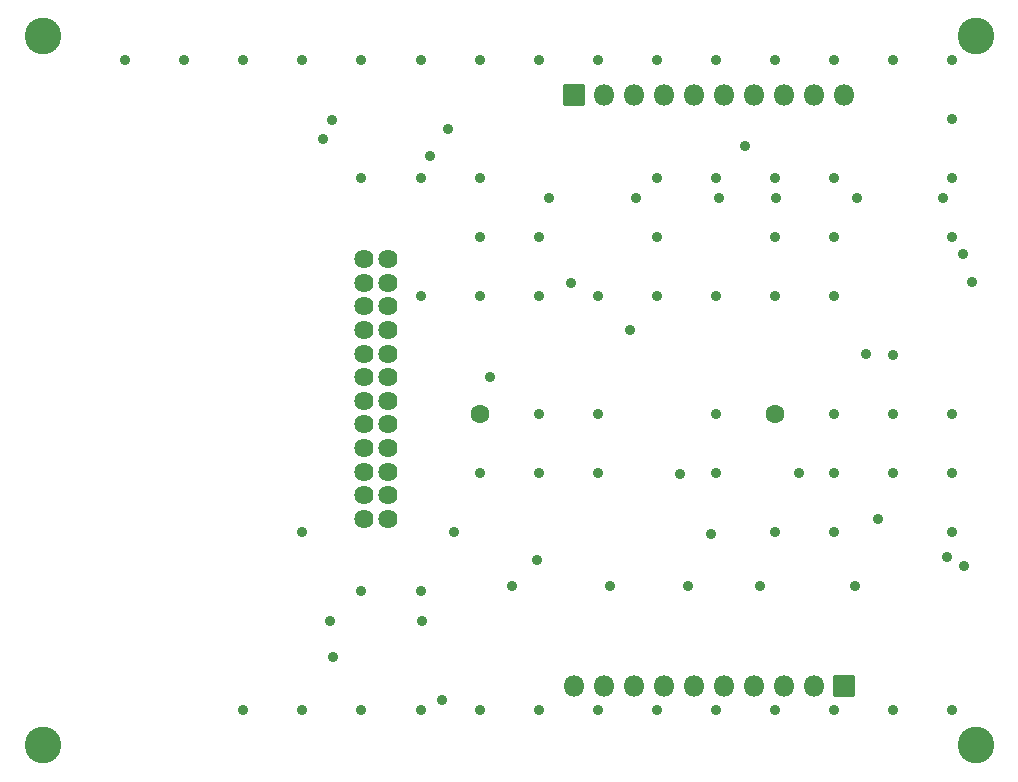
<source format=gbs>
%TF.GenerationSoftware,KiCad,Pcbnew,(6.0.9)*%
%TF.CreationDate,2022-12-06T23:57:16-06:00*%
%TF.ProjectId,BPS-MinionShield,4250532d-4d69-46e6-996f-6e536869656c,rev?*%
%TF.SameCoordinates,Original*%
%TF.FileFunction,Soldermask,Bot*%
%TF.FilePolarity,Negative*%
%FSLAX46Y46*%
G04 Gerber Fmt 4.6, Leading zero omitted, Abs format (unit mm)*
G04 Created by KiCad (PCBNEW (6.0.9)) date 2022-12-06 23:57:16*
%MOMM*%
%LPD*%
G01*
G04 APERTURE LIST*
G04 Aperture macros list*
%AMRoundRect*
0 Rectangle with rounded corners*
0 $1 Rounding radius*
0 $2 $3 $4 $5 $6 $7 $8 $9 X,Y pos of 4 corners*
0 Add a 4 corners polygon primitive as box body*
4,1,4,$2,$3,$4,$5,$6,$7,$8,$9,$2,$3,0*
0 Add four circle primitives for the rounded corners*
1,1,$1+$1,$2,$3*
1,1,$1+$1,$4,$5*
1,1,$1+$1,$6,$7*
1,1,$1+$1,$8,$9*
0 Add four rect primitives between the rounded corners*
20,1,$1+$1,$2,$3,$4,$5,0*
20,1,$1+$1,$4,$5,$6,$7,0*
20,1,$1+$1,$6,$7,$8,$9,0*
20,1,$1+$1,$8,$9,$2,$3,0*%
G04 Aperture macros list end*
%ADD10RoundRect,0.051000X0.850000X-0.850000X0.850000X0.850000X-0.850000X0.850000X-0.850000X-0.850000X0*%
%ADD11O,1.802000X1.802000*%
%ADD12C,3.102000*%
%ADD13RoundRect,0.051000X-0.850000X0.850000X-0.850000X-0.850000X0.850000X-0.850000X0.850000X0.850000X0*%
%ADD14C,1.602000*%
%ADD15C,1.626000*%
%ADD16C,0.902000*%
G04 APERTURE END LIST*
D10*
X148000000Y-78000000D03*
D11*
X150540000Y-78000000D03*
X153080000Y-78000000D03*
X155620000Y-78000000D03*
X158160000Y-78000000D03*
X160700000Y-78000000D03*
X163240000Y-78000000D03*
X165780000Y-78000000D03*
X168320000Y-78000000D03*
X170860000Y-78000000D03*
D12*
X182000000Y-133000000D03*
X103000000Y-133000000D03*
X103000000Y-73000000D03*
X182000000Y-73000000D03*
D13*
X170830000Y-128000000D03*
D11*
X168290000Y-128000000D03*
X165750000Y-128000000D03*
X163210000Y-128000000D03*
X160670000Y-128000000D03*
X158130000Y-128000000D03*
X155590000Y-128000000D03*
X153050000Y-128000000D03*
X150510000Y-128000000D03*
X147970000Y-128000000D03*
D14*
X165000000Y-105000000D03*
X140000000Y-105000000D03*
D15*
X132210000Y-91850000D03*
X130210000Y-91850000D03*
X132210000Y-93850000D03*
X130210000Y-93850000D03*
X132210000Y-95850000D03*
X130210000Y-95850000D03*
X132210000Y-97850000D03*
X130210000Y-97850000D03*
X132210000Y-99850000D03*
X130210000Y-99850000D03*
X132210000Y-101850000D03*
X130210000Y-101850000D03*
X132210000Y-103850000D03*
X130210000Y-103850000D03*
X132210000Y-105850000D03*
X130210000Y-105850000D03*
X132210000Y-107850000D03*
X130210000Y-107850000D03*
X132210000Y-109850000D03*
X130210000Y-109850000D03*
X132210000Y-111850000D03*
X130210000Y-111850000D03*
X132210000Y-113850000D03*
X130210000Y-113850000D03*
D16*
X142705000Y-119535000D03*
X151075000Y-119535000D03*
X145890000Y-86700000D03*
X160240000Y-86700000D03*
X179210000Y-86700000D03*
X135090000Y-122490000D03*
X171950000Y-86700000D03*
X163725000Y-119535000D03*
X171745000Y-119535000D03*
X153240000Y-86700000D03*
X127300000Y-122490000D03*
X157665000Y-119535000D03*
X165110000Y-86700000D03*
X181015000Y-117815000D03*
X181652500Y-93757500D03*
X126740000Y-81720000D03*
X135830000Y-83090000D03*
X120000000Y-130000000D03*
X145000000Y-130000000D03*
X155000000Y-130000000D03*
X120000000Y-75000000D03*
X140000000Y-75000000D03*
X130000000Y-120000000D03*
X165000000Y-85000000D03*
X165000000Y-95000000D03*
X140000000Y-130000000D03*
X180000000Y-110000000D03*
X160000000Y-85000000D03*
X160000000Y-110000000D03*
X125000000Y-75000000D03*
X170000000Y-115000000D03*
X145000000Y-75000000D03*
X165000000Y-75000000D03*
X165000000Y-115000000D03*
X165000000Y-130000000D03*
X170000000Y-95000000D03*
X135000000Y-120000000D03*
X175000000Y-100000000D03*
X175000000Y-110000000D03*
X135000000Y-75000000D03*
X162490000Y-82270000D03*
X130000000Y-130000000D03*
X115000000Y-75000000D03*
X180000000Y-130000000D03*
X150000000Y-130000000D03*
X160000000Y-95000000D03*
X180000000Y-80000000D03*
X175000000Y-75000000D03*
X145000000Y-95000000D03*
X140000000Y-110000000D03*
X135000000Y-130000000D03*
X150000000Y-110000000D03*
X140000000Y-85000000D03*
X160000000Y-105000000D03*
X170000000Y-105000000D03*
X140000000Y-90000000D03*
X175000000Y-105000000D03*
X145000000Y-110000000D03*
X130000000Y-85000000D03*
X130000000Y-75000000D03*
X155000000Y-90000000D03*
X160000000Y-130000000D03*
X110000000Y-75000000D03*
X170000000Y-75000000D03*
X180000000Y-90000000D03*
X135000000Y-95000000D03*
X170000000Y-110000000D03*
X165000000Y-90000000D03*
X145000000Y-90000000D03*
X180000000Y-115000000D03*
X150000000Y-105000000D03*
X170000000Y-85000000D03*
X160000000Y-75000000D03*
X170000000Y-90000000D03*
X155000000Y-85000000D03*
X150000000Y-95000000D03*
X180000000Y-105000000D03*
X155000000Y-95000000D03*
X125000000Y-130000000D03*
X125000000Y-115000000D03*
X155000000Y-75000000D03*
X180000000Y-85000000D03*
X180000000Y-75000000D03*
X145000000Y-105000000D03*
X175000000Y-130000000D03*
X170000000Y-130000000D03*
X140000000Y-95000000D03*
X135000000Y-85000000D03*
X150000000Y-75000000D03*
X136845000Y-129175000D03*
X127550000Y-125520000D03*
X127490000Y-80110000D03*
X137340000Y-80850000D03*
X179560000Y-117070000D03*
X173727500Y-113850000D03*
X167050000Y-109960000D03*
X152700000Y-97850000D03*
X144850000Y-117344500D03*
X137870000Y-114940000D03*
X140870000Y-101850000D03*
X147782500Y-93860000D03*
X156960000Y-110020000D03*
X159590000Y-115100000D03*
X172690000Y-99850000D03*
X180927500Y-91422500D03*
M02*

</source>
